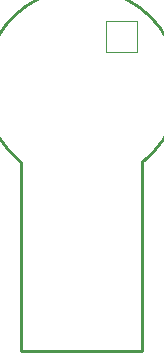
<source format=gm1>
G04*
G04 #@! TF.GenerationSoftware,Altium Limited,Altium Designer,21.7.2 (23)*
G04*
G04 Layer_Color=16711935*
%FSLAX25Y25*%
%MOIN*%
G70*
G04*
G04 #@! TF.SameCoordinates,2A64222C-FEAE-4017-A15E-55E8C78AA572*
G04*
G04*
G04 #@! TF.FilePolarity,Positive*
G04*
G01*
G75*
%ADD11C,0.01000*%
%ADD81C,0.00197*%
D11*
X20136Y-25487D02*
G03*
X-20547Y-25155I-20134J25487D01*
G01*
X19996Y-88293D02*
Y-25619D01*
X-20367Y-88293D02*
Y-25251D01*
Y-88293D02*
X19996D01*
D81*
X8107Y11446D02*
Y21683D01*
X18343D01*
Y11446D02*
Y21683D01*
X8107Y11446D02*
X18343D01*
M02*

</source>
